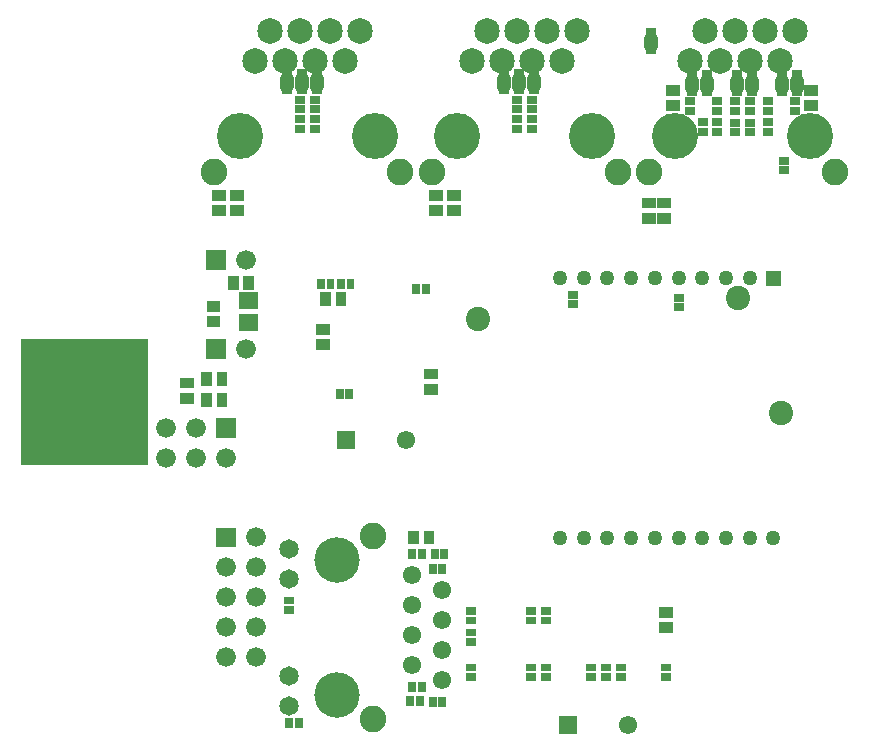
<source format=gbr>
G04 start of page 7 for group -4062 idx -4062 *
G04 Title: (unknown), soldermask *
G04 Creator: pcb 1.99z *
G04 CreationDate: Thu 19 Mar 2015 06:29:08 PM GMT UTC *
G04 For: commonadmin *
G04 Format: Gerber/RS-274X *
G04 PCB-Dimensions (mil): 3000.00 2500.00 *
G04 PCB-Coordinate-Origin: lower left *
%MOIN*%
%FSLAX25Y25*%
%LNBOTTOMMASK*%
%ADD119R,0.0200X0.0200*%
%ADD118C,0.0200*%
%ADD117R,0.0572X0.0572*%
%ADD116R,0.4200X0.4200*%
%ADD115R,0.0355X0.0355*%
%ADD114R,0.0257X0.0257*%
%ADD113C,0.1517*%
%ADD112C,0.0611*%
%ADD111C,0.0651*%
%ADD110C,0.0500*%
%ADD109C,0.0887*%
%ADD108C,0.1536*%
%ADD107C,0.0851*%
%ADD106C,0.0810*%
%ADD105C,0.0610*%
%ADD104C,0.0660*%
%ADD103C,0.0001*%
G54D103*G36*
X66700Y140800D02*Y134200D01*
X73300D01*
Y140800D01*
X66700D01*
G37*
G54D104*X80000Y137500D03*
G54D103*G36*
X66700Y170300D02*Y163700D01*
X73300D01*
Y170300D01*
X66700D01*
G37*
G54D104*X80000Y167000D03*
G54D103*G36*
X70200Y114300D02*Y107700D01*
X76800D01*
Y114300D01*
X70200D01*
G37*
G36*
X110450Y110050D02*Y103950D01*
X116550D01*
Y110050D01*
X110450D01*
G37*
G54D105*X133500Y107000D03*
G54D106*X157500Y147500D03*
G54D104*X63500Y111000D03*
Y101000D03*
X53500D03*
Y111000D03*
G54D106*X258500Y116000D03*
X244000Y154500D03*
G54D107*X88000Y243500D03*
X83000Y233500D03*
X93000D03*
X98000Y243500D03*
X108000D03*
X118000D03*
X103000Y233500D03*
X113000D03*
G54D108*X78000Y208500D03*
G54D109*X69457Y196492D03*
G54D108*X123000Y208500D03*
X150500D03*
X195500D03*
G54D109*X131465Y196492D03*
X141957D03*
X203965D03*
X214457D03*
G54D107*X160500Y243500D03*
X170500D03*
X155500Y233500D03*
X165500D03*
X175500D03*
X185500D03*
G54D108*X223000Y208500D03*
X268000D03*
G54D109*X276465Y196492D03*
G54D107*X180500Y243500D03*
X190500D03*
X233000D03*
X243000D03*
X253000D03*
X263000D03*
X228000Y233500D03*
X238000D03*
X248000D03*
X258000D03*
G54D103*G36*
X253400Y163500D02*Y158500D01*
X258400D01*
Y163500D01*
X253400D01*
G37*
G54D110*X255900Y74400D03*
X248000Y161000D03*
Y74400D03*
X240100Y161000D03*
Y74400D03*
X232200Y161000D03*
X224300D03*
X216400D03*
X208500D03*
X200600D03*
X192700D03*
X184800D03*
G54D104*X73500Y101000D03*
G54D103*G36*
X70216Y77922D02*Y71322D01*
X76816D01*
Y77922D01*
X70216D01*
G37*
G54D104*X73516Y64622D03*
Y54622D03*
X83516D03*
Y64622D03*
X73516Y44622D03*
Y34622D03*
X83516D03*
Y44622D03*
Y74622D03*
G54D111*X94516Y70622D03*
Y60622D03*
Y18417D03*
Y28417D03*
G54D110*X232200Y74400D03*
X224300D03*
X216400D03*
X208500D03*
X200600D03*
X192700D03*
X184800D03*
G54D103*G36*
X184466Y15172D02*Y9072D01*
X190566D01*
Y15172D01*
X184466D01*
G37*
G54D105*X207516Y12122D03*
G54D112*X145500Y57000D03*
X135500Y62000D03*
Y52000D03*
Y42000D03*
X145500Y47000D03*
Y37000D03*
Y27000D03*
X135500Y32000D03*
G54D113*X110500Y67000D03*
Y22000D03*
G54D109*X122508Y75031D03*
Y14008D03*
G54D114*X224107Y151352D02*X224893D01*
X224107Y154500D02*X224893D01*
G54D115*X219524Y44504D02*X220508D01*
X219524Y49622D02*X220508D01*
G54D114*X199623Y28122D02*X200409D01*
X199623Y31270D02*X200409D01*
X204623Y28122D02*X205409D01*
X204623Y31270D02*X205409D01*
X219623Y28122D02*X220409D01*
X219623Y31270D02*X220409D01*
X114500Y122893D02*Y122107D01*
X111352Y122893D02*Y122107D01*
G54D115*X136016Y75114D02*Y74130D01*
X141134Y75114D02*Y74130D01*
G54D114*X146164Y69515D02*Y68729D01*
X143016Y69515D02*Y68729D01*
X135516Y69515D02*Y68729D01*
X138664Y69515D02*Y68729D01*
G54D115*X75882Y159992D02*Y159008D01*
X81000Y159992D02*Y159008D01*
X105360Y144000D02*X106344D01*
X70508Y183500D02*X71492D01*
X70508Y188618D02*X71492D01*
X76508Y183500D02*X77492D01*
X76508Y188618D02*X77492D01*
X60008Y126118D02*X60992D01*
X60008Y121000D02*X60992D01*
G54D116*X26000Y119828D02*X26500D01*
G54D115*X72118Y127992D02*Y127008D01*
X67000Y127992D02*Y127008D01*
X72118Y120992D02*Y120008D01*
X67000Y120992D02*Y120008D01*
X105360Y138882D02*X106344D01*
X68808Y146500D02*X69792D01*
X68808Y151618D02*X69792D01*
G54D117*X80607Y146400D02*X81393D01*
X80607Y153486D02*X81393D01*
G54D114*X179623Y46974D02*X180409D01*
X174623D02*X175409D01*
X179623Y50122D02*X180409D01*
X174623D02*X175409D01*
X94123Y50474D02*X94909D01*
X94123Y53622D02*X94909D01*
X154623Y28122D02*X155409D01*
X154623Y31270D02*X155409D01*
X134868Y20515D02*Y19729D01*
X97664Y13015D02*Y12229D01*
X94516Y13015D02*Y12229D01*
X138016Y20515D02*Y19729D01*
X145516Y20015D02*Y19229D01*
X142368Y20015D02*Y19229D01*
X135516Y25015D02*Y24229D01*
X138664Y25015D02*Y24229D01*
X174623Y28122D02*X175409D01*
X174623Y31270D02*X175409D01*
X179623Y28122D02*X180409D01*
X179623Y31270D02*X180409D01*
X194623Y28122D02*X195409D01*
X194623Y31270D02*X195409D01*
X154623Y42974D02*X155409D01*
X154623Y39826D02*X155409D01*
X154623Y50122D02*X155409D01*
X154623Y46974D02*X155409D01*
X145516Y64515D02*Y63729D01*
X142368Y64515D02*Y63729D01*
X97607Y217352D02*X98393D01*
X97607Y220500D02*X98393D01*
X102607Y217352D02*X103393D01*
X102607Y220500D02*X103393D01*
X97607Y210852D02*X98393D01*
X97607Y214000D02*X98393D01*
X102607Y210852D02*X103393D01*
X102607Y214000D02*X103393D01*
G54D118*X95000Y227600D02*Y224600D01*
X92400Y224500D02*X93000Y223900D01*
G54D119*Y223400D01*
G54D118*X92400Y226000D02*X93100Y226700D01*
X92400Y226200D02*X93100Y225500D01*
X92400Y224800D02*X93100Y225500D01*
X94300Y223900D02*X95000Y224600D01*
G54D119*X94300Y223900D02*Y223400D01*
G54D118*X94400Y225500D02*X95000Y224900D01*
X94400Y225500D02*X95000Y226100D01*
X94300Y228300D02*X95000Y227600D01*
X94400Y226700D02*X95000Y227300D01*
X94400Y226700D02*X95000Y226100D01*
G54D119*X94300Y229800D02*Y228300D01*
X93000Y229800D02*Y228200D01*
G54D118*X92400Y227600D02*Y224500D01*
Y227600D02*X93000Y228200D01*
X92400Y227400D02*X93100Y226700D01*
X92400Y227600D02*Y227400D01*
X100000Y227600D02*Y224600D01*
X99300Y223900D02*X100000Y224600D01*
G54D119*X99300Y223900D02*Y223400D01*
G54D118*X99400Y225500D02*X100000Y224900D01*
X99400Y225500D02*X100000Y226100D01*
X99300Y228300D02*X100000Y227600D01*
G54D119*X99300Y229800D02*Y228300D01*
G54D118*X99400Y226700D02*X100000Y227300D01*
X99400Y226700D02*X100000Y226100D01*
X97400Y227600D02*Y224500D01*
Y227600D02*Y227400D01*
Y224500D02*X98000Y223900D01*
G54D119*Y223400D01*
G54D118*X97400Y227600D02*X98000Y228200D01*
X97400Y227400D02*X98100Y226700D01*
X97400Y226000D02*X98100Y226700D01*
X97400Y226200D02*X98100Y225500D01*
X97400Y224800D02*X98100Y225500D01*
G54D119*X98000Y229800D02*Y228200D01*
G54D118*X105000Y227600D02*Y224600D01*
X104300Y223900D02*X105000Y224600D01*
X104400Y226700D02*X105000Y227300D01*
X104400Y226700D02*X105000Y226100D01*
X104400Y225500D02*X105000Y224900D01*
X104400Y225500D02*X105000Y226100D01*
G54D119*X104300Y223900D02*Y223400D01*
G54D118*X102400Y224500D02*X103000Y223900D01*
G54D119*Y223400D01*
G54D118*X102400Y224800D02*X103100Y225500D01*
X104300Y228300D02*X105000Y227600D01*
G54D119*X104300Y229800D02*Y228300D01*
G54D118*X102400Y227600D02*X103000Y228200D01*
G54D119*Y229800D02*Y228200D01*
G54D118*X102400Y227400D02*X103100Y226700D01*
X102400Y227600D02*Y227400D01*
Y227600D02*Y224500D01*
Y226000D02*X103100Y226700D01*
X102400Y226200D02*X103100Y225500D01*
G54D115*X106634Y154492D02*Y153508D01*
X111752Y154492D02*Y153508D01*
G54D114*X105104Y159493D02*Y158707D01*
X108252Y159493D02*Y158707D01*
X111752Y159493D02*Y158707D01*
X188607Y152352D02*X189393D01*
X188607Y155500D02*X189393D01*
G54D115*X141360Y124000D02*X142344D01*
X141360Y129118D02*X142344D01*
X143008Y183500D02*X143992D01*
X143008Y188618D02*X143992D01*
X149008Y183500D02*X149992D01*
X149008Y188618D02*X149992D01*
G54D114*X114900Y159493D02*Y158707D01*
X136852Y157893D02*Y157107D01*
X140000Y157893D02*Y157107D01*
X170107Y217352D02*X170893D01*
X170107Y210852D02*X170893D01*
X170107Y214000D02*X170893D01*
X175107Y210852D02*X175893D01*
X175107Y214000D02*X175893D01*
X170107Y220500D02*X170893D01*
X175107Y217352D02*X175893D01*
X175107Y220500D02*X175893D01*
G54D118*X167500Y227600D02*Y224600D01*
X166800Y228300D02*X167500Y227600D01*
G54D119*X166800Y229800D02*Y228300D01*
G54D118*X166900Y226700D02*X167500Y227300D01*
X166900Y226700D02*X167500Y226100D01*
X166900Y225500D02*X167500Y226100D01*
G54D119*X166800Y223900D02*Y223400D01*
G54D118*Y223900D02*X167500Y224600D01*
X166900Y225500D02*X167500Y224900D01*
X164900Y227600D02*Y224500D01*
X165500Y223900D01*
G54D119*Y223400D01*
G54D118*X164900Y226200D02*X165600Y225500D01*
X164900Y224800D02*X165600Y225500D01*
X164900Y227600D02*X165500Y228200D01*
G54D119*Y229800D02*Y228200D01*
G54D118*X164900Y227400D02*X165600Y226700D01*
X164900Y227600D02*Y227400D01*
Y226000D02*X165600Y226700D01*
X172500Y227600D02*Y224600D01*
X171800Y223900D02*X172500Y224600D01*
G54D119*X171800Y223900D02*Y223400D01*
G54D118*X171900Y225500D02*X172500Y224900D01*
X171900Y225500D02*X172500Y226100D01*
X171800Y228300D02*X172500Y227600D01*
G54D119*X171800Y229800D02*Y228300D01*
G54D118*X171900Y226700D02*X172500Y227300D01*
X171900Y226700D02*X172500Y226100D01*
X169900Y227600D02*Y224500D01*
Y227600D02*Y227400D01*
Y224500D02*X170500Y223900D01*
G54D119*Y223400D01*
G54D118*X169900Y227600D02*X170500Y228200D01*
X169900Y227400D02*X170600Y226700D01*
X169900Y226000D02*X170600Y226700D01*
X169900Y226200D02*X170600Y225500D01*
X169900Y224800D02*X170600Y225500D01*
G54D119*X170500Y229800D02*Y228200D01*
G54D118*X177500Y227600D02*Y224600D01*
X176800Y223900D02*X177500Y224600D01*
X176900Y226700D02*X177500Y227300D01*
X176900Y226700D02*X177500Y226100D01*
X176900Y225500D02*X177500Y224900D01*
X176900Y225500D02*X177500Y226100D01*
G54D119*X176800Y223900D02*Y223400D01*
G54D118*X174900Y224500D02*X175500Y223900D01*
G54D119*Y223400D01*
G54D118*X174900Y224800D02*X175600Y225500D01*
X176800Y228300D02*X177500Y227600D01*
G54D119*X176800Y229800D02*Y228300D01*
G54D118*X174900Y227600D02*X175500Y228200D01*
G54D119*Y229800D02*Y228200D01*
G54D118*X174900Y227400D02*X175600Y226700D01*
X174900Y227600D02*Y227400D01*
Y227600D02*Y224500D01*
Y226000D02*X175600Y226700D01*
X174900Y226200D02*X175600Y225500D01*
G54D114*X262607Y216852D02*X263393D01*
X253607Y209852D02*X254393D01*
X253607Y213000D02*X254393D01*
X253607Y216852D02*X254393D01*
X262607Y220000D02*X263393D01*
G54D115*X268008Y218500D02*X268992D01*
G54D114*X253607Y220000D02*X254393D01*
X247607Y216852D02*X248393D01*
X247607Y220000D02*X248393D01*
X247607Y209704D02*X248393D01*
X247607Y212852D02*X248393D01*
G54D118*X260000Y227100D02*Y224100D01*
X257400Y224000D02*X258000Y223400D01*
G54D119*Y222900D01*
G54D118*X257400Y225500D02*X258100Y226200D01*
X257400Y225700D02*X258100Y225000D01*
X257400Y224300D02*X258100Y225000D01*
X259300Y223400D02*X260000Y224100D01*
X259400Y225000D02*X260000Y224400D01*
X259400Y225000D02*X260000Y225600D01*
X259300Y227800D02*X260000Y227100D01*
X259400Y226200D02*X260000Y226800D01*
X259400Y226200D02*X260000Y225600D01*
X262400Y225500D02*X263100Y226200D01*
X262400Y225700D02*X263100Y225000D01*
X262400Y224300D02*X263100Y225000D01*
G54D119*X259300Y229300D02*Y227800D01*
X258000Y229300D02*Y227700D01*
X259300Y223400D02*Y222900D01*
G54D114*X259064Y200191D02*X259850D01*
X259064Y197043D02*X259850D01*
G54D118*X257400Y227100D02*Y224000D01*
Y227100D02*X258000Y227700D01*
X257400Y226900D02*X258100Y226200D01*
X257400Y227100D02*Y226900D01*
G54D114*X236607Y209852D02*X237393D01*
X236607Y213000D02*X237393D01*
X236607Y216852D02*X237393D01*
X232107Y213000D02*X232893D01*
X232107Y209852D02*X232893D01*
X242607Y209704D02*X243393D01*
X242607Y212852D02*X243393D01*
X242607Y216852D02*X243393D01*
X242607Y220000D02*X243393D01*
G54D115*X222008Y218500D02*X222992D01*
G54D114*X227607Y216852D02*X228393D01*
X227607Y220000D02*X228393D01*
X236607D02*X237393D01*
G54D118*X235000Y227100D02*Y224100D01*
X234300Y227800D02*X235000Y227100D01*
G54D119*X234300Y229300D02*Y227800D01*
G54D118*X234400Y226200D02*X235000Y226800D01*
X234400Y226200D02*X235000Y225600D01*
X234400Y225000D02*X235000Y225600D01*
X232400Y227100D02*Y224000D01*
Y227100D02*Y226900D01*
Y227100D02*X233000Y227700D01*
X232400Y226900D02*X233100Y226200D01*
X232400Y225500D02*X233100Y226200D01*
X232400Y225700D02*X233100Y225000D01*
G54D119*X233000Y229300D02*Y227700D01*
G54D115*X222008Y223618D02*X222992D01*
G54D118*X234300Y223400D02*X235000Y224100D01*
G54D119*X234300Y223400D02*Y222900D01*
G54D118*X234400Y225000D02*X235000Y224400D01*
X232400Y224000D02*X233000Y223400D01*
G54D119*Y222900D01*
G54D118*X232400Y224300D02*X233100Y225000D01*
X229300Y223400D02*X230000Y224100D01*
X229400Y225000D02*X230000Y224400D01*
X227400Y224000D02*X228000Y223400D01*
G54D119*Y222900D01*
G54D118*X227400Y224300D02*X228100Y225000D01*
X229300Y227800D02*X230000Y227100D01*
G54D119*X229300Y229300D02*Y227800D01*
G54D118*X229400Y226200D02*X230000Y226800D01*
G54D119*X228000Y229300D02*Y227700D01*
G54D118*X230000Y227100D02*Y224100D01*
G54D119*X229300Y223400D02*Y222900D01*
G54D118*X229400Y226200D02*X230000Y225600D01*
X229400Y225000D02*X230000Y225600D01*
X227400Y227100D02*Y224000D01*
Y227100D02*X228000Y227700D01*
X227400Y226900D02*X228100Y226200D01*
X227400Y227100D02*Y226900D01*
Y225500D02*X228100Y226200D01*
X227400Y225700D02*X228100Y225000D01*
X216500Y241100D02*Y238100D01*
X215800Y237400D02*X216500Y238100D01*
G54D119*X215800Y237400D02*Y236900D01*
G54D118*X215900Y239000D02*X216500Y238400D01*
X215900Y239000D02*X216500Y239600D01*
X215800Y241800D02*X216500Y241100D01*
G54D119*X215800Y243300D02*Y241800D01*
G54D118*X215900Y240200D02*X216500Y240800D01*
X215900Y240200D02*X216500Y239600D01*
X213900Y241100D02*Y238000D01*
Y241100D02*X214500Y241700D01*
G54D119*Y243300D02*Y241700D01*
G54D118*X213900Y240900D02*X214600Y240200D01*
X213900Y238000D02*X214500Y237400D01*
G54D119*Y236900D01*
G54D118*X213900Y241100D02*Y240900D01*
Y239500D02*X214600Y240200D01*
X213900Y239700D02*X214600Y239000D01*
X213900Y238300D02*X214600Y239000D01*
G54D115*X214008Y180982D02*X214992D01*
X214008Y186100D02*X214992D01*
X219008Y180982D02*X219992D01*
X219008Y186100D02*X219992D01*
X268008Y223618D02*X268992D01*
G54D118*X245000Y227100D02*Y224100D01*
X242400Y224000D02*X243000Y223400D01*
G54D119*Y222900D01*
G54D118*X242400Y225500D02*X243100Y226200D01*
X242400Y225700D02*X243100Y225000D01*
X242400Y224300D02*X243100Y225000D01*
X244300Y223400D02*X245000Y224100D01*
X244400Y225000D02*X245000Y224400D01*
X244400Y225000D02*X245000Y225600D01*
X244300Y227800D02*X245000Y227100D01*
X244400Y226200D02*X245000Y226800D01*
X244400Y226200D02*X245000Y225600D01*
G54D119*X244300Y229300D02*Y227800D01*
X243000Y229300D02*Y227700D01*
X244300Y223400D02*Y222900D01*
G54D118*X242400Y227100D02*Y224000D01*
Y227100D02*X243000Y227700D01*
X242400Y226900D02*X243100Y226200D01*
X242400Y227100D02*Y226900D01*
X250000Y227100D02*Y224100D01*
X247400Y224000D02*X248000Y223400D01*
G54D119*Y222900D01*
G54D118*X247400Y225500D02*X248100Y226200D01*
X247400Y225700D02*X248100Y225000D01*
X247400Y224300D02*X248100Y225000D01*
X249300Y223400D02*X250000Y224100D01*
X249400Y225000D02*X250000Y224400D01*
G54D119*X249300Y223400D02*Y222900D01*
G54D118*X249400Y226200D02*X250000Y226800D01*
X249400Y226200D02*X250000Y225600D01*
X249400Y225000D02*X250000Y225600D01*
X249300Y227800D02*X250000Y227100D01*
G54D119*X249300Y229300D02*Y227800D01*
X248000Y229300D02*Y227700D01*
G54D118*X247400Y227100D02*Y224000D01*
Y227100D02*X248000Y227700D01*
X247400Y226900D02*X248100Y226200D01*
X247400Y227100D02*Y226900D01*
X265000Y227100D02*Y224100D01*
X262400Y224000D02*X263000Y223400D01*
G54D119*Y222900D01*
G54D118*X264300Y223400D02*X265000Y224100D01*
X264400Y225000D02*X265000Y224400D01*
X264400Y225000D02*X265000Y225600D01*
X264300Y227800D02*X265000Y227100D01*
X264400Y226200D02*X265000Y226800D01*
X264400Y226200D02*X265000Y225600D01*
G54D119*X264300Y229300D02*Y227800D01*
X263000Y229300D02*Y227700D01*
X264300Y223400D02*Y222900D01*
G54D118*X262400Y227100D02*Y224000D01*
Y227100D02*X263000Y227700D01*
X262400Y226900D02*X263100Y226200D01*
X262400Y227100D02*Y226900D01*
M02*

</source>
